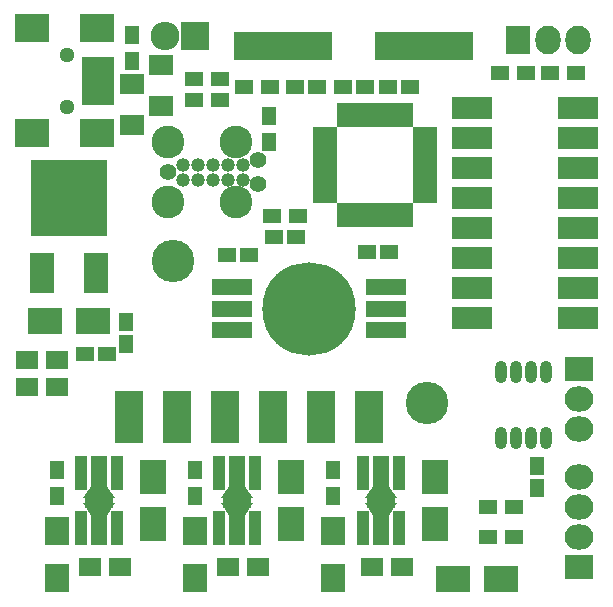
<source format=gts>
G04 #@! TF.GenerationSoftware,KiCad,Pcbnew,(2017-05-12 revision b823d0b78)-makepkg*
G04 #@! TF.CreationDate,2017-05-13T14:15:10+02:00*
G04 #@! TF.ProjectId,led_pixel,6C65645F706978656C2E6B696361645F,1.0*
G04 #@! TF.FileFunction,Soldermask,Top*
G04 #@! TF.FilePolarity,Negative*
%FSLAX46Y46*%
G04 Gerber Fmt 4.6, Leading zero omitted, Abs format (unit mm)*
G04 Created by KiCad (PCBNEW (2017-05-12 revision b823d0b78)-makepkg) date 05/13/17 14:15:10*
%MOMM*%
%LPD*%
G01*
G04 APERTURE LIST*
%ADD10C,0.100000*%
%ADD11C,1.187400*%
%ADD12C,2.775000*%
%ADD13C,1.390600*%
%ADD14C,7.900000*%
%ADD15R,3.400000X1.400000*%
%ADD16R,8.275000X2.400000*%
%ADD17R,2.400000X4.400000*%
%ADD18C,3.600000*%
%ADD19R,1.600000X1.150000*%
%ADD20R,1.900000X1.650000*%
%ADD21R,1.150000X1.600000*%
%ADD22R,2.000000X0.950000*%
%ADD23R,0.950000X2.000000*%
%ADD24C,1.299160*%
%ADD25R,2.899360X2.398980*%
%ADD26R,2.701240X0.900380*%
%ADD27R,1.600000X1.300000*%
%ADD28R,1.300000X1.600000*%
%ADD29R,2.100000X2.400000*%
%ADD30R,2.051000X3.448000*%
%ADD31R,6.496000X6.496000*%
%ADD32O,2.432000X2.432000*%
%ADD33R,2.432000X2.432000*%
%ADD34O,2.432000X2.127200*%
%ADD35R,2.432000X2.127200*%
%ADD36R,2.127200X2.432000*%
%ADD37O,2.127200X2.432000*%
%ADD38C,1.150000*%
%ADD39R,1.100000X2.900000*%
%ADD40R,1.400000X2.900000*%
%ADD41R,2.400000X1.200000*%
%ADD42O,1.009600X1.873200*%
%ADD43R,3.400000X1.900000*%
%ADD44R,2.100000X1.700000*%
%ADD45R,2.900000X2.200000*%
%ADD46R,2.200000X2.900000*%
G04 APERTURE END LIST*
D10*
D11*
X141872000Y-79078000D03*
X141872000Y-77808000D03*
X140602000Y-77808000D03*
X140602000Y-79078000D03*
X139332000Y-77808000D03*
X139332000Y-79078000D03*
X143142000Y-77808000D03*
X144412000Y-77808000D03*
X144412000Y-79078000D03*
X143142000Y-79078000D03*
D12*
X138062000Y-75903000D03*
D13*
X138062000Y-78443000D03*
X145682000Y-77428000D03*
X145682000Y-79458000D03*
D12*
X138062000Y-80983000D03*
X143777000Y-80983000D03*
X143777000Y-75903000D03*
D14*
X150000000Y-90000000D03*
D15*
X156500000Y-88200000D03*
X156500000Y-90000000D03*
X156500000Y-91800000D03*
X143500000Y-91800000D03*
X143500000Y-90000000D03*
X143500000Y-88200000D03*
D16*
X159687500Y-67750000D03*
X147812500Y-67750000D03*
D17*
X138792000Y-99144000D03*
X134792000Y-99144000D03*
X146920000Y-99144000D03*
X142920000Y-99144000D03*
X151048000Y-99144000D03*
X155048000Y-99144000D03*
D18*
X138500000Y-86000000D03*
X160000000Y-98000000D03*
D19*
X152860000Y-71204000D03*
X154760000Y-71204000D03*
X150700000Y-71204000D03*
X148800000Y-71204000D03*
X147018000Y-83904000D03*
X148918000Y-83904000D03*
X144915000Y-85428000D03*
X143015000Y-85428000D03*
X154892000Y-85174000D03*
X156792000Y-85174000D03*
X156670000Y-71204000D03*
X158570000Y-71204000D03*
D20*
X128644000Y-96604000D03*
X126144000Y-96604000D03*
X126144000Y-94318000D03*
X128644000Y-94318000D03*
D19*
X131016000Y-93810000D03*
X132916000Y-93810000D03*
D21*
X134506000Y-91082000D03*
X134506000Y-92982000D03*
D20*
X155354000Y-111844000D03*
X157854000Y-111844000D03*
X145662000Y-111844000D03*
X143162000Y-111844000D03*
X131478000Y-111844000D03*
X133978000Y-111844000D03*
D22*
X159838000Y-75008000D03*
X159838000Y-75808000D03*
X159838000Y-76608000D03*
X159838000Y-77408000D03*
X159838000Y-78208000D03*
X159838000Y-79008000D03*
X159838000Y-79808000D03*
X159838000Y-80608000D03*
D23*
X158388000Y-82058000D03*
X157588000Y-82058000D03*
X156788000Y-82058000D03*
X155988000Y-82058000D03*
X155188000Y-82058000D03*
X154388000Y-82058000D03*
X153588000Y-82058000D03*
X152788000Y-82058000D03*
D22*
X151338000Y-80608000D03*
X151338000Y-79808000D03*
X151338000Y-79008000D03*
X151338000Y-78208000D03*
X151338000Y-77408000D03*
X151338000Y-76608000D03*
X151338000Y-75808000D03*
X151338000Y-75008000D03*
D23*
X152788000Y-73558000D03*
X153588000Y-73558000D03*
X154388000Y-73558000D03*
X155188000Y-73558000D03*
X155988000Y-73558000D03*
X156788000Y-73558000D03*
X157588000Y-73558000D03*
X158388000Y-73558000D03*
D24*
X129514900Y-72895640D03*
X129514900Y-68496360D03*
D25*
X126515160Y-75146080D03*
X132014260Y-75146080D03*
X126515160Y-66245920D03*
X132014260Y-66245920D03*
D26*
X132113320Y-72296200D03*
X132113320Y-71496100D03*
X132113320Y-70696000D03*
X132113320Y-69895900D03*
X132113320Y-69095800D03*
D27*
X144455000Y-71204000D03*
X146655000Y-71204000D03*
D28*
X135014000Y-69002000D03*
X135014000Y-66802000D03*
D27*
X149068000Y-82126000D03*
X146868000Y-82126000D03*
X142464000Y-70569000D03*
X140264000Y-70569000D03*
X140264000Y-72347000D03*
X142464000Y-72347000D03*
X170400000Y-70000000D03*
X172600000Y-70000000D03*
X168350000Y-70000000D03*
X166150000Y-70000000D03*
D29*
X152032000Y-112828000D03*
X152032000Y-108828000D03*
X140348000Y-112828000D03*
X140348000Y-108828000D03*
X128664000Y-108828000D03*
X128664000Y-112828000D03*
D27*
X165156000Y-109304000D03*
X167356000Y-109304000D03*
X167356000Y-106764000D03*
X165156000Y-106764000D03*
D30*
X131966000Y-86995000D03*
D31*
X129680000Y-80645000D03*
D30*
X127394000Y-86995000D03*
D21*
X169304000Y-105174000D03*
X169304000Y-103274000D03*
D32*
X137808000Y-66886000D03*
D33*
X140348000Y-66886000D03*
D34*
X172860000Y-100160000D03*
X172860000Y-97620000D03*
D35*
X172860000Y-95080000D03*
D36*
X167710000Y-67250000D03*
D37*
X170250000Y-67250000D03*
X172790000Y-67250000D03*
D34*
X172860000Y-104224000D03*
X172860000Y-106764000D03*
X172860000Y-109304000D03*
D35*
X172860000Y-111844000D03*
D28*
X152032000Y-105832000D03*
X152032000Y-103632000D03*
X140348000Y-105832000D03*
X140348000Y-103632000D03*
X128664000Y-103632000D03*
X128664000Y-105832000D03*
D38*
X156096000Y-107036000D03*
D10*
G36*
X157469703Y-106461000D02*
X156703037Y-107611000D01*
X155488963Y-107611000D01*
X154722297Y-106461000D01*
X157469703Y-106461000D01*
X157469703Y-106461000D01*
G37*
D39*
X157596000Y-108606000D03*
X154596000Y-108606000D03*
X157596000Y-103906000D03*
D40*
X156096000Y-103906000D03*
D39*
X154596000Y-103906000D03*
D40*
X156096000Y-108606000D03*
D38*
X156096000Y-105476000D03*
D10*
G36*
X154722297Y-106051000D02*
X155488963Y-104901000D01*
X156703037Y-104901000D01*
X157469703Y-106051000D01*
X154722297Y-106051000D01*
X154722297Y-106051000D01*
G37*
D41*
X156096000Y-106256000D03*
X143904000Y-106256000D03*
D38*
X143904000Y-105476000D03*
D10*
G36*
X142530297Y-106051000D02*
X143296963Y-104901000D01*
X144511037Y-104901000D01*
X145277703Y-106051000D01*
X142530297Y-106051000D01*
X142530297Y-106051000D01*
G37*
D40*
X143904000Y-108606000D03*
D39*
X142404000Y-103906000D03*
D40*
X143904000Y-103906000D03*
D39*
X145404000Y-103906000D03*
X142404000Y-108606000D03*
X145404000Y-108606000D03*
D38*
X143904000Y-107036000D03*
D10*
G36*
X145277703Y-106461000D02*
X144511037Y-107611000D01*
X143296963Y-107611000D01*
X142530297Y-106461000D01*
X145277703Y-106461000D01*
X145277703Y-106461000D01*
G37*
D42*
X170066000Y-100922000D03*
X168796000Y-100922000D03*
X167526000Y-100922000D03*
X166256000Y-100922000D03*
X166256000Y-95334000D03*
X167526000Y-95334000D03*
X168796000Y-95334000D03*
X170066000Y-95334000D03*
D41*
X132220000Y-106256000D03*
D38*
X132220000Y-105476000D03*
D10*
G36*
X130846297Y-106051000D02*
X131612963Y-104901000D01*
X132827037Y-104901000D01*
X133593703Y-106051000D01*
X130846297Y-106051000D01*
X130846297Y-106051000D01*
G37*
D40*
X132220000Y-108606000D03*
D39*
X130720000Y-103906000D03*
D40*
X132220000Y-103906000D03*
D39*
X133720000Y-103906000D03*
X130720000Y-108606000D03*
X133720000Y-108606000D03*
D38*
X132220000Y-107036000D03*
D10*
G36*
X133593703Y-106461000D02*
X132827037Y-107611000D01*
X131612963Y-107611000D01*
X130846297Y-106461000D01*
X133593703Y-106461000D01*
X133593703Y-106461000D01*
G37*
D43*
X172788000Y-90762000D03*
X163788000Y-90762000D03*
X163788000Y-88222000D03*
X163788000Y-85682000D03*
X163788000Y-83142000D03*
X163788000Y-80602000D03*
X163788000Y-78062000D03*
X163788000Y-75522000D03*
X163788000Y-72982000D03*
X172788000Y-88222000D03*
X172788000Y-85682000D03*
X172788000Y-83142000D03*
X172788000Y-80602000D03*
X172788000Y-78062000D03*
X172788000Y-75522000D03*
X172788000Y-72982000D03*
D44*
X135014000Y-70978000D03*
X135014000Y-74478000D03*
X137427000Y-72827000D03*
X137427000Y-69327000D03*
D45*
X131680000Y-91016000D03*
X127680000Y-91016000D03*
D46*
X160668000Y-108256000D03*
X160668000Y-104256000D03*
X148476000Y-104256000D03*
X148476000Y-108256000D03*
D45*
X166224000Y-112860000D03*
X162224000Y-112860000D03*
D46*
X136792000Y-108256000D03*
X136792000Y-104256000D03*
D28*
X146571000Y-75860000D03*
X146571000Y-73660000D03*
M02*

</source>
